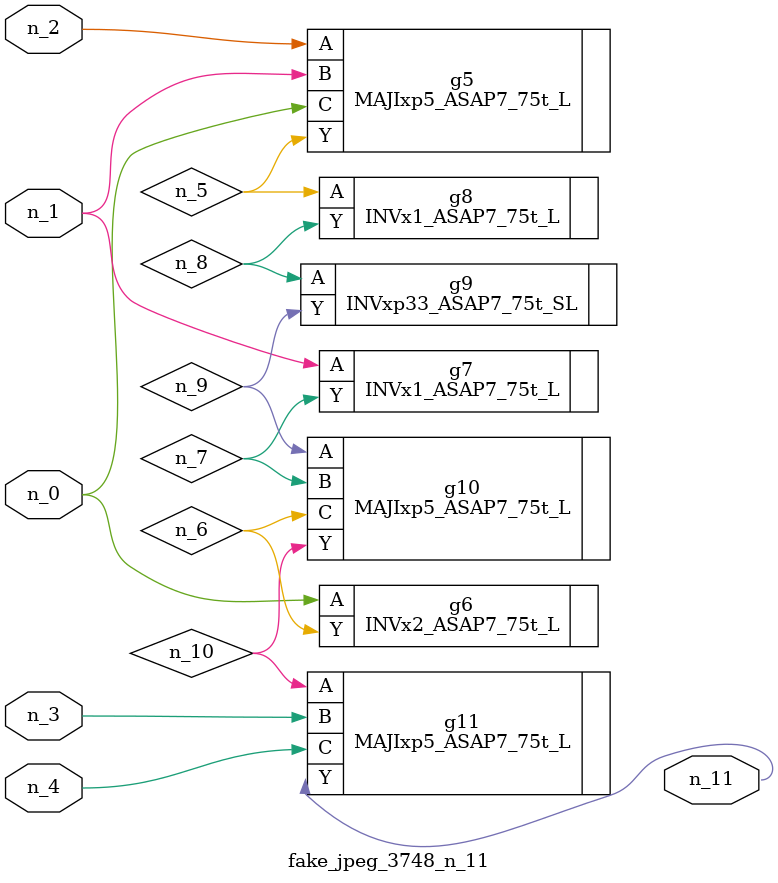
<source format=v>
module fake_jpeg_3748_n_11 (n_3, n_2, n_1, n_0, n_4, n_11);

input n_3;
input n_2;
input n_1;
input n_0;
input n_4;

output n_11;

wire n_10;
wire n_8;
wire n_9;
wire n_6;
wire n_5;
wire n_7;

MAJIxp5_ASAP7_75t_L g5 ( 
.A(n_2),
.B(n_1),
.C(n_0),
.Y(n_5)
);

INVx2_ASAP7_75t_L g6 ( 
.A(n_0),
.Y(n_6)
);

INVx1_ASAP7_75t_L g7 ( 
.A(n_1),
.Y(n_7)
);

INVx1_ASAP7_75t_L g8 ( 
.A(n_5),
.Y(n_8)
);

INVxp33_ASAP7_75t_SL g9 ( 
.A(n_8),
.Y(n_9)
);

MAJIxp5_ASAP7_75t_L g10 ( 
.A(n_9),
.B(n_7),
.C(n_6),
.Y(n_10)
);

MAJIxp5_ASAP7_75t_L g11 ( 
.A(n_10),
.B(n_3),
.C(n_4),
.Y(n_11)
);


endmodule
</source>
